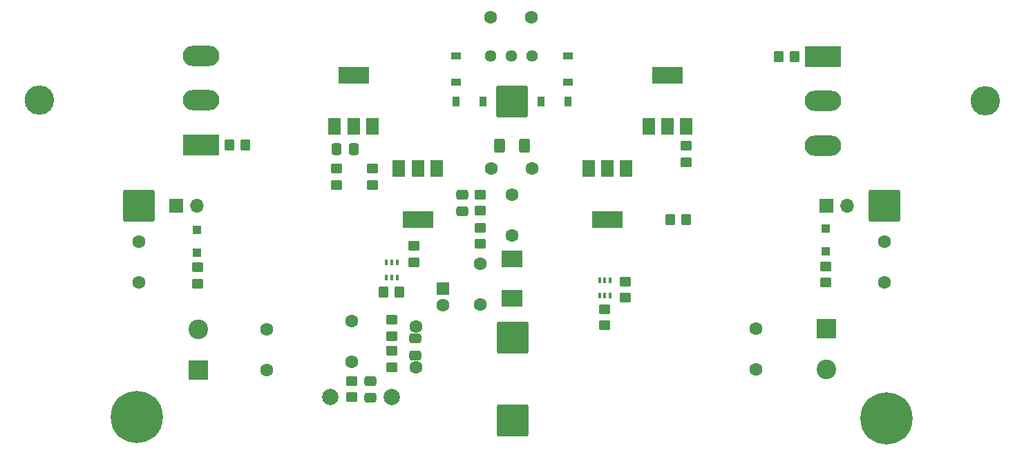
<source format=gbr>
G04 #@! TF.GenerationSoftware,KiCad,Pcbnew,(6.0.2-0)*
G04 #@! TF.CreationDate,2022-02-28T20:29:11+01:00*
G04 #@! TF.ProjectId,amp-mosfet-80w,616d702d-6d6f-4736-9665-742d3830772e,rev?*
G04 #@! TF.SameCoordinates,Original*
G04 #@! TF.FileFunction,Soldermask,Top*
G04 #@! TF.FilePolarity,Negative*
%FSLAX46Y46*%
G04 Gerber Fmt 4.6, Leading zero omitted, Abs format (unit mm)*
G04 Created by KiCad (PCBNEW (6.0.2-0)) date 2022-02-28 20:29:11*
%MOMM*%
%LPD*%
G01*
G04 APERTURE LIST*
G04 Aperture macros list*
%AMRoundRect*
0 Rectangle with rounded corners*
0 $1 Rounding radius*
0 $2 $3 $4 $5 $6 $7 $8 $9 X,Y pos of 4 corners*
0 Add a 4 corners polygon primitive as box body*
4,1,4,$2,$3,$4,$5,$6,$7,$8,$9,$2,$3,0*
0 Add four circle primitives for the rounded corners*
1,1,$1+$1,$2,$3*
1,1,$1+$1,$4,$5*
1,1,$1+$1,$6,$7*
1,1,$1+$1,$8,$9*
0 Add four rect primitives between the rounded corners*
20,1,$1+$1,$2,$3,$4,$5,0*
20,1,$1+$1,$4,$5,$6,$7,0*
20,1,$1+$1,$6,$7,$8,$9,0*
20,1,$1+$1,$8,$9,$2,$3,0*%
G04 Aperture macros list end*
%ADD10RoundRect,0.249999X0.450001X-0.350001X0.450001X0.350001X-0.450001X0.350001X-0.450001X-0.350001X0*%
%ADD11C,1.600000*%
%ADD12R,1.600000X1.600000*%
%ADD13RoundRect,0.250000X-0.475000X0.337500X-0.475000X-0.337500X0.475000X-0.337500X0.475000X0.337500X0*%
%ADD14RoundRect,0.250000X-0.337500X-0.475000X0.337500X-0.475000X0.337500X0.475000X-0.337500X0.475000X0*%
%ADD15R,2.400000X2.400000*%
%ADD16C,2.400000*%
%ADD17R,1.200000X0.900000*%
%ADD18R,0.900000X1.200000*%
%ADD19R,1.100000X1.100000*%
%ADD20C,2.000000*%
%ADD21RoundRect,0.250001X-1.699999X-1.699999X1.699999X-1.699999X1.699999X1.699999X-1.699999X1.699999X0*%
%ADD22R,1.700000X1.700000*%
%ADD23O,1.700000X1.700000*%
%ADD24C,6.400000*%
%ADD25C,0.800000*%
%ADD26RoundRect,0.249999X-0.450001X0.350001X-0.450001X-0.350001X0.450001X-0.350001X0.450001X0.350001X0*%
%ADD27RoundRect,0.250000X0.400000X0.625000X-0.400000X0.625000X-0.400000X-0.625000X0.400000X-0.625000X0*%
%ADD28RoundRect,0.249999X-0.350001X-0.450001X0.350001X-0.450001X0.350001X0.450001X-0.350001X0.450001X0*%
%ADD29R,2.600000X2.100000*%
%ADD30RoundRect,0.249999X0.350001X0.450001X-0.350001X0.450001X-0.350001X-0.450001X0.350001X-0.450001X0*%
%ADD31R,1.500000X2.000000*%
%ADD32R,3.800000X2.000000*%
%ADD33R,0.400000X0.650000*%
%ADD34C,1.440000*%
%ADD35RoundRect,0.250000X-0.450000X0.350000X-0.450000X-0.350000X0.450000X-0.350000X0.450000X0.350000X0*%
%ADD36O,3.600000X3.600000*%
%ADD37R,4.500000X2.500000*%
%ADD38O,4.500000X2.500000*%
G04 APERTURE END LIST*
D10*
X180721000Y-64373000D03*
X180721000Y-62373000D03*
D11*
X139700000Y-83850000D03*
X139700000Y-88850000D03*
X147571000Y-84500500D03*
X147571000Y-89500500D03*
X161798000Y-65151000D03*
X156798000Y-65151000D03*
D12*
X150939500Y-79883000D03*
D11*
X150939500Y-81883000D03*
D13*
X153289000Y-68326000D03*
X153289000Y-70401000D03*
D11*
X155448000Y-76835000D03*
X155448000Y-81835000D03*
D14*
X137879000Y-62738000D03*
X139954000Y-62738000D03*
D11*
X189230000Y-84789000D03*
X189230000Y-89789000D03*
D15*
X197866000Y-84772500D03*
D16*
X197866000Y-89772500D03*
D11*
X159385000Y-68326000D03*
X159385000Y-73326000D03*
D17*
X166243000Y-54608000D03*
X166243000Y-51308000D03*
D18*
X166242000Y-56896000D03*
X162942000Y-56896000D03*
X152528000Y-56896000D03*
X155828000Y-56896000D03*
D17*
X152527000Y-54608000D03*
X152527000Y-51308000D03*
D19*
X197850000Y-75300000D03*
X197850000Y-72500000D03*
D20*
X137093500Y-93200000D03*
X144650000Y-93200000D03*
D21*
X204978000Y-69723000D03*
X159385000Y-56896000D03*
X159448500Y-85852000D03*
X159448500Y-96012000D03*
D22*
X197860000Y-69700000D03*
D23*
X200400000Y-69700000D03*
D24*
X113411000Y-95631000D03*
D25*
X113411000Y-93231000D03*
X113411000Y-98031000D03*
X111713944Y-93933944D03*
X111011000Y-95631000D03*
X115108056Y-93933944D03*
X111713944Y-97328056D03*
X115108056Y-97328056D03*
X115811000Y-95631000D03*
X203534944Y-94060944D03*
X206929056Y-97455056D03*
D24*
X205232000Y-95758000D03*
D25*
X202832000Y-95758000D03*
X205232000Y-98158000D03*
X203534944Y-97455056D03*
X206929056Y-94060944D03*
X205232000Y-93358000D03*
X207632000Y-95758000D03*
D26*
X144650000Y-87503000D03*
X144650000Y-89503000D03*
X144650000Y-83725000D03*
X144650000Y-85725000D03*
X170751500Y-82391500D03*
X170751500Y-84391500D03*
X173228000Y-79010000D03*
X173228000Y-81010000D03*
X147320000Y-74628500D03*
X147320000Y-76628500D03*
D27*
X160909000Y-62357000D03*
X157809000Y-62357000D03*
D26*
X155448000Y-72390000D03*
X155448000Y-74390000D03*
X155448000Y-68326000D03*
X155448000Y-70326000D03*
X142240000Y-65151000D03*
X142240000Y-67151000D03*
D28*
X124714000Y-62230000D03*
X126714000Y-62230000D03*
D10*
X197850000Y-79150000D03*
X197850000Y-77150000D03*
D29*
X159385000Y-76200000D03*
X159385000Y-81100000D03*
D30*
X194024000Y-51435000D03*
X192024000Y-51435000D03*
D11*
X204978000Y-74104500D03*
X204978000Y-79104500D03*
D26*
X120850000Y-77300000D03*
X120850000Y-79300000D03*
D11*
X129286000Y-89836000D03*
X129286000Y-84836000D03*
D15*
X120904000Y-89836000D03*
D16*
X120904000Y-84836000D03*
D30*
X145605500Y-80264000D03*
X143605500Y-80264000D03*
D26*
X137858500Y-65151000D03*
X137858500Y-67151000D03*
D31*
X150128000Y-65151000D03*
D32*
X147828000Y-71451000D03*
D31*
X147828000Y-65151000D03*
X145528000Y-65151000D03*
X173355000Y-65151000D03*
X171055000Y-65151000D03*
D32*
X171055000Y-71451000D03*
D31*
X168755000Y-65151000D03*
X176135000Y-60021000D03*
D32*
X178435000Y-53721000D03*
D31*
X178435000Y-60021000D03*
X180735000Y-60021000D03*
X137654000Y-60021000D03*
D32*
X139954000Y-53721000D03*
D31*
X139954000Y-60021000D03*
X142254000Y-60021000D03*
D33*
X144005500Y-78532000D03*
X144655500Y-78532000D03*
X145305500Y-78532000D03*
X145305500Y-76632000D03*
X144655500Y-76632000D03*
X144005500Y-76632000D03*
X170101500Y-80769500D03*
X170751500Y-80769500D03*
X171401500Y-80769500D03*
X171401500Y-78869500D03*
X170751500Y-78869500D03*
X170101500Y-78869500D03*
D21*
X113665000Y-69723000D03*
D22*
X118250000Y-69750000D03*
D23*
X120790000Y-69750000D03*
D11*
X113665000Y-79104500D03*
X113665000Y-74104500D03*
D19*
X120800000Y-72650000D03*
X120800000Y-75450000D03*
D11*
X156718000Y-46609000D03*
X161718000Y-46609000D03*
D34*
X161798000Y-51308000D03*
X159258000Y-51308000D03*
X156718000Y-51308000D03*
D30*
X180721000Y-71437500D03*
X178721000Y-71437500D03*
D13*
X147553500Y-85979000D03*
X147553500Y-88054000D03*
X142000000Y-91212500D03*
X142000000Y-93287500D03*
D35*
X139700000Y-91200000D03*
X139700000Y-93200000D03*
D36*
X101425000Y-56780000D03*
D37*
X121285000Y-62230000D03*
D38*
X121285000Y-56780000D03*
X121285000Y-51330000D03*
D36*
X217345000Y-56885000D03*
D37*
X197485000Y-51435000D03*
D38*
X197485000Y-56885000D03*
X197485000Y-62335000D03*
M02*

</source>
